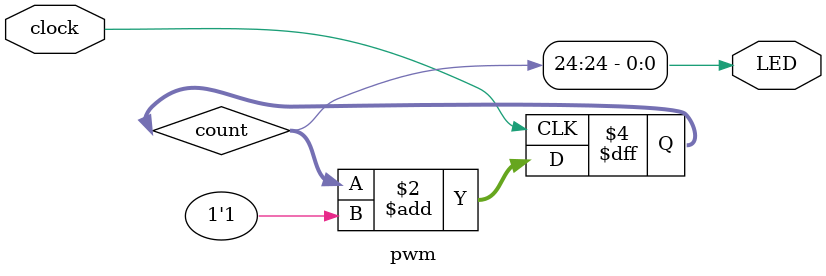
<source format=v>
/*
 * demonstrate PWM with Verilog
 */

module pwm(clock, LED);
    input wire clock;
    output wire LED;
    reg [31:0] count;

    initial begin
        count <= 32'b0;
    end

    always @(posedge clock) begin
        count <= count + 1'b1;
    end

    assign LED = count[24];
endmodule

</source>
